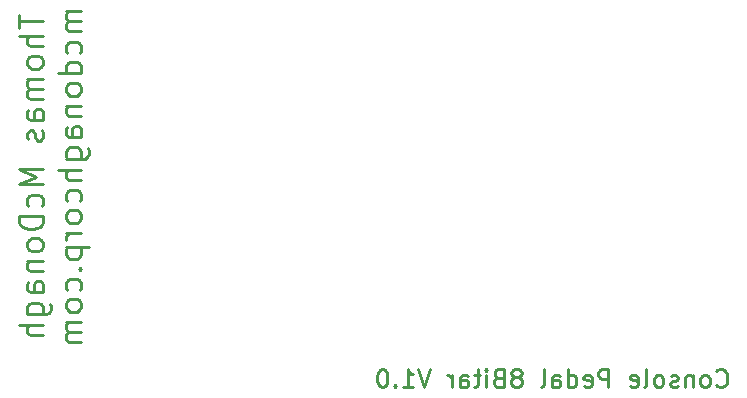
<source format=gbr>
G04 #@! TF.GenerationSoftware,KiCad,Pcbnew,(5.1.7)-1*
G04 #@! TF.CreationDate,2021-02-13T16:44:17-06:00*
G04 #@! TF.ProjectId,ConsolePedal8Bitar,436f6e73-6f6c-4655-9065-64616c384269,rev?*
G04 #@! TF.SameCoordinates,Original*
G04 #@! TF.FileFunction,Legend,Bot*
G04 #@! TF.FilePolarity,Positive*
%FSLAX46Y46*%
G04 Gerber Fmt 4.6, Leading zero omitted, Abs format (unit mm)*
G04 Created by KiCad (PCBNEW (5.1.7)-1) date 2021-02-13 16:44:17*
%MOMM*%
%LPD*%
G01*
G04 APERTURE LIST*
%ADD10C,0.250000*%
G04 APERTURE END LIST*
D10*
X145972857Y-121820714D02*
X146044285Y-121892142D01*
X146258571Y-121963571D01*
X146401428Y-121963571D01*
X146615714Y-121892142D01*
X146758571Y-121749285D01*
X146830000Y-121606428D01*
X146901428Y-121320714D01*
X146901428Y-121106428D01*
X146830000Y-120820714D01*
X146758571Y-120677857D01*
X146615714Y-120535000D01*
X146401428Y-120463571D01*
X146258571Y-120463571D01*
X146044285Y-120535000D01*
X145972857Y-120606428D01*
X145115714Y-121963571D02*
X145258571Y-121892142D01*
X145330000Y-121820714D01*
X145401428Y-121677857D01*
X145401428Y-121249285D01*
X145330000Y-121106428D01*
X145258571Y-121035000D01*
X145115714Y-120963571D01*
X144901428Y-120963571D01*
X144758571Y-121035000D01*
X144687142Y-121106428D01*
X144615714Y-121249285D01*
X144615714Y-121677857D01*
X144687142Y-121820714D01*
X144758571Y-121892142D01*
X144901428Y-121963571D01*
X145115714Y-121963571D01*
X143972857Y-120963571D02*
X143972857Y-121963571D01*
X143972857Y-121106428D02*
X143901428Y-121035000D01*
X143758571Y-120963571D01*
X143544285Y-120963571D01*
X143401428Y-121035000D01*
X143330000Y-121177857D01*
X143330000Y-121963571D01*
X142687142Y-121892142D02*
X142544285Y-121963571D01*
X142258571Y-121963571D01*
X142115714Y-121892142D01*
X142044285Y-121749285D01*
X142044285Y-121677857D01*
X142115714Y-121535000D01*
X142258571Y-121463571D01*
X142472857Y-121463571D01*
X142615714Y-121392142D01*
X142687142Y-121249285D01*
X142687142Y-121177857D01*
X142615714Y-121035000D01*
X142472857Y-120963571D01*
X142258571Y-120963571D01*
X142115714Y-121035000D01*
X141187142Y-121963571D02*
X141330000Y-121892142D01*
X141401428Y-121820714D01*
X141472857Y-121677857D01*
X141472857Y-121249285D01*
X141401428Y-121106428D01*
X141330000Y-121035000D01*
X141187142Y-120963571D01*
X140972857Y-120963571D01*
X140830000Y-121035000D01*
X140758571Y-121106428D01*
X140687142Y-121249285D01*
X140687142Y-121677857D01*
X140758571Y-121820714D01*
X140830000Y-121892142D01*
X140972857Y-121963571D01*
X141187142Y-121963571D01*
X139830000Y-121963571D02*
X139972857Y-121892142D01*
X140044285Y-121749285D01*
X140044285Y-120463571D01*
X138687142Y-121892142D02*
X138830000Y-121963571D01*
X139115714Y-121963571D01*
X139258571Y-121892142D01*
X139330000Y-121749285D01*
X139330000Y-121177857D01*
X139258571Y-121035000D01*
X139115714Y-120963571D01*
X138830000Y-120963571D01*
X138687142Y-121035000D01*
X138615714Y-121177857D01*
X138615714Y-121320714D01*
X139330000Y-121463571D01*
X136830000Y-121963571D02*
X136830000Y-120463571D01*
X136258571Y-120463571D01*
X136115714Y-120535000D01*
X136044285Y-120606428D01*
X135972857Y-120749285D01*
X135972857Y-120963571D01*
X136044285Y-121106428D01*
X136115714Y-121177857D01*
X136258571Y-121249285D01*
X136830000Y-121249285D01*
X134758571Y-121892142D02*
X134901428Y-121963571D01*
X135187142Y-121963571D01*
X135330000Y-121892142D01*
X135401428Y-121749285D01*
X135401428Y-121177857D01*
X135330000Y-121035000D01*
X135187142Y-120963571D01*
X134901428Y-120963571D01*
X134758571Y-121035000D01*
X134687142Y-121177857D01*
X134687142Y-121320714D01*
X135401428Y-121463571D01*
X133401428Y-121963571D02*
X133401428Y-120463571D01*
X133401428Y-121892142D02*
X133544285Y-121963571D01*
X133830000Y-121963571D01*
X133972857Y-121892142D01*
X134044285Y-121820714D01*
X134115714Y-121677857D01*
X134115714Y-121249285D01*
X134044285Y-121106428D01*
X133972857Y-121035000D01*
X133830000Y-120963571D01*
X133544285Y-120963571D01*
X133401428Y-121035000D01*
X132044285Y-121963571D02*
X132044285Y-121177857D01*
X132115714Y-121035000D01*
X132258571Y-120963571D01*
X132544285Y-120963571D01*
X132687142Y-121035000D01*
X132044285Y-121892142D02*
X132187142Y-121963571D01*
X132544285Y-121963571D01*
X132687142Y-121892142D01*
X132758571Y-121749285D01*
X132758571Y-121606428D01*
X132687142Y-121463571D01*
X132544285Y-121392142D01*
X132187142Y-121392142D01*
X132044285Y-121320714D01*
X131115714Y-121963571D02*
X131258571Y-121892142D01*
X131330000Y-121749285D01*
X131330000Y-120463571D01*
X129187142Y-121106428D02*
X129330000Y-121035000D01*
X129401428Y-120963571D01*
X129472857Y-120820714D01*
X129472857Y-120749285D01*
X129401428Y-120606428D01*
X129330000Y-120535000D01*
X129187142Y-120463571D01*
X128901428Y-120463571D01*
X128758571Y-120535000D01*
X128687142Y-120606428D01*
X128615714Y-120749285D01*
X128615714Y-120820714D01*
X128687142Y-120963571D01*
X128758571Y-121035000D01*
X128901428Y-121106428D01*
X129187142Y-121106428D01*
X129330000Y-121177857D01*
X129401428Y-121249285D01*
X129472857Y-121392142D01*
X129472857Y-121677857D01*
X129401428Y-121820714D01*
X129330000Y-121892142D01*
X129187142Y-121963571D01*
X128901428Y-121963571D01*
X128758571Y-121892142D01*
X128687142Y-121820714D01*
X128615714Y-121677857D01*
X128615714Y-121392142D01*
X128687142Y-121249285D01*
X128758571Y-121177857D01*
X128901428Y-121106428D01*
X127472857Y-121177857D02*
X127258571Y-121249285D01*
X127187142Y-121320714D01*
X127115714Y-121463571D01*
X127115714Y-121677857D01*
X127187142Y-121820714D01*
X127258571Y-121892142D01*
X127401428Y-121963571D01*
X127972857Y-121963571D01*
X127972857Y-120463571D01*
X127472857Y-120463571D01*
X127330000Y-120535000D01*
X127258571Y-120606428D01*
X127187142Y-120749285D01*
X127187142Y-120892142D01*
X127258571Y-121035000D01*
X127330000Y-121106428D01*
X127472857Y-121177857D01*
X127972857Y-121177857D01*
X126472857Y-121963571D02*
X126472857Y-120963571D01*
X126472857Y-120463571D02*
X126544285Y-120535000D01*
X126472857Y-120606428D01*
X126401428Y-120535000D01*
X126472857Y-120463571D01*
X126472857Y-120606428D01*
X125972857Y-120963571D02*
X125401428Y-120963571D01*
X125758571Y-120463571D02*
X125758571Y-121749285D01*
X125687142Y-121892142D01*
X125544285Y-121963571D01*
X125401428Y-121963571D01*
X124258571Y-121963571D02*
X124258571Y-121177857D01*
X124330000Y-121035000D01*
X124472857Y-120963571D01*
X124758571Y-120963571D01*
X124901428Y-121035000D01*
X124258571Y-121892142D02*
X124401428Y-121963571D01*
X124758571Y-121963571D01*
X124901428Y-121892142D01*
X124972857Y-121749285D01*
X124972857Y-121606428D01*
X124901428Y-121463571D01*
X124758571Y-121392142D01*
X124401428Y-121392142D01*
X124258571Y-121320714D01*
X123544285Y-121963571D02*
X123544285Y-120963571D01*
X123544285Y-121249285D02*
X123472857Y-121106428D01*
X123401428Y-121035000D01*
X123258571Y-120963571D01*
X123115714Y-120963571D01*
X121687142Y-120463571D02*
X121187142Y-121963571D01*
X120687142Y-120463571D01*
X119401428Y-121963571D02*
X120258571Y-121963571D01*
X119829999Y-121963571D02*
X119829999Y-120463571D01*
X119972857Y-120677857D01*
X120115714Y-120820714D01*
X120258571Y-120892142D01*
X118758571Y-121820714D02*
X118687142Y-121892142D01*
X118758571Y-121963571D01*
X118829999Y-121892142D01*
X118758571Y-121820714D01*
X118758571Y-121963571D01*
X117758571Y-120463571D02*
X117615714Y-120463571D01*
X117472857Y-120535000D01*
X117401428Y-120606428D01*
X117330000Y-120749285D01*
X117258571Y-121035000D01*
X117258571Y-121392142D01*
X117330000Y-121677857D01*
X117401428Y-121820714D01*
X117472857Y-121892142D01*
X117615714Y-121963571D01*
X117758571Y-121963571D01*
X117901428Y-121892142D01*
X117972857Y-121820714D01*
X118044285Y-121677857D01*
X118115714Y-121392142D01*
X118115714Y-121035000D01*
X118044285Y-120749285D01*
X117972857Y-120606428D01*
X117901428Y-120535000D01*
X117758571Y-120463571D01*
X86941761Y-90425714D02*
X86941761Y-91568571D01*
X88941761Y-90997142D02*
X86941761Y-90997142D01*
X88941761Y-92235238D02*
X86941761Y-92235238D01*
X88941761Y-93092380D02*
X87894142Y-93092380D01*
X87703666Y-92997142D01*
X87608428Y-92806666D01*
X87608428Y-92520952D01*
X87703666Y-92330476D01*
X87798904Y-92235238D01*
X88941761Y-94330476D02*
X88846523Y-94140000D01*
X88751285Y-94044761D01*
X88560809Y-93949523D01*
X87989380Y-93949523D01*
X87798904Y-94044761D01*
X87703666Y-94140000D01*
X87608428Y-94330476D01*
X87608428Y-94616190D01*
X87703666Y-94806666D01*
X87798904Y-94901904D01*
X87989380Y-94997142D01*
X88560809Y-94997142D01*
X88751285Y-94901904D01*
X88846523Y-94806666D01*
X88941761Y-94616190D01*
X88941761Y-94330476D01*
X88941761Y-95854285D02*
X87608428Y-95854285D01*
X87798904Y-95854285D02*
X87703666Y-95949523D01*
X87608428Y-96140000D01*
X87608428Y-96425714D01*
X87703666Y-96616190D01*
X87894142Y-96711428D01*
X88941761Y-96711428D01*
X87894142Y-96711428D02*
X87703666Y-96806666D01*
X87608428Y-96997142D01*
X87608428Y-97282857D01*
X87703666Y-97473333D01*
X87894142Y-97568571D01*
X88941761Y-97568571D01*
X88941761Y-99378095D02*
X87894142Y-99378095D01*
X87703666Y-99282857D01*
X87608428Y-99092380D01*
X87608428Y-98711428D01*
X87703666Y-98520952D01*
X88846523Y-99378095D02*
X88941761Y-99187619D01*
X88941761Y-98711428D01*
X88846523Y-98520952D01*
X88656047Y-98425714D01*
X88465571Y-98425714D01*
X88275095Y-98520952D01*
X88179857Y-98711428D01*
X88179857Y-99187619D01*
X88084619Y-99378095D01*
X88846523Y-100235238D02*
X88941761Y-100425714D01*
X88941761Y-100806666D01*
X88846523Y-100997142D01*
X88656047Y-101092380D01*
X88560809Y-101092380D01*
X88370333Y-100997142D01*
X88275095Y-100806666D01*
X88275095Y-100520952D01*
X88179857Y-100330476D01*
X87989380Y-100235238D01*
X87894142Y-100235238D01*
X87703666Y-100330476D01*
X87608428Y-100520952D01*
X87608428Y-100806666D01*
X87703666Y-100997142D01*
X88941761Y-103473333D02*
X86941761Y-103473333D01*
X88370333Y-104140000D01*
X86941761Y-104806666D01*
X88941761Y-104806666D01*
X88846523Y-106616190D02*
X88941761Y-106425714D01*
X88941761Y-106044761D01*
X88846523Y-105854285D01*
X88751285Y-105759047D01*
X88560809Y-105663809D01*
X87989380Y-105663809D01*
X87798904Y-105759047D01*
X87703666Y-105854285D01*
X87608428Y-106044761D01*
X87608428Y-106425714D01*
X87703666Y-106616190D01*
X88941761Y-107473333D02*
X86941761Y-107473333D01*
X86941761Y-107949523D01*
X87037000Y-108235238D01*
X87227476Y-108425714D01*
X87417952Y-108520952D01*
X87798904Y-108616190D01*
X88084619Y-108616190D01*
X88465571Y-108520952D01*
X88656047Y-108425714D01*
X88846523Y-108235238D01*
X88941761Y-107949523D01*
X88941761Y-107473333D01*
X88941761Y-109759047D02*
X88846523Y-109568571D01*
X88751285Y-109473333D01*
X88560809Y-109378095D01*
X87989380Y-109378095D01*
X87798904Y-109473333D01*
X87703666Y-109568571D01*
X87608428Y-109759047D01*
X87608428Y-110044761D01*
X87703666Y-110235238D01*
X87798904Y-110330476D01*
X87989380Y-110425714D01*
X88560809Y-110425714D01*
X88751285Y-110330476D01*
X88846523Y-110235238D01*
X88941761Y-110044761D01*
X88941761Y-109759047D01*
X87608428Y-111282857D02*
X88941761Y-111282857D01*
X87798904Y-111282857D02*
X87703666Y-111378095D01*
X87608428Y-111568571D01*
X87608428Y-111854285D01*
X87703666Y-112044761D01*
X87894142Y-112140000D01*
X88941761Y-112140000D01*
X88941761Y-113949523D02*
X87894142Y-113949523D01*
X87703666Y-113854285D01*
X87608428Y-113663809D01*
X87608428Y-113282857D01*
X87703666Y-113092380D01*
X88846523Y-113949523D02*
X88941761Y-113759047D01*
X88941761Y-113282857D01*
X88846523Y-113092380D01*
X88656047Y-112997142D01*
X88465571Y-112997142D01*
X88275095Y-113092380D01*
X88179857Y-113282857D01*
X88179857Y-113759047D01*
X88084619Y-113949523D01*
X87608428Y-115759047D02*
X89227476Y-115759047D01*
X89417952Y-115663809D01*
X89513190Y-115568571D01*
X89608428Y-115378095D01*
X89608428Y-115092380D01*
X89513190Y-114901904D01*
X88846523Y-115759047D02*
X88941761Y-115568571D01*
X88941761Y-115187619D01*
X88846523Y-114997142D01*
X88751285Y-114901904D01*
X88560809Y-114806666D01*
X87989380Y-114806666D01*
X87798904Y-114901904D01*
X87703666Y-114997142D01*
X87608428Y-115187619D01*
X87608428Y-115568571D01*
X87703666Y-115759047D01*
X88941761Y-116711428D02*
X86941761Y-116711428D01*
X88941761Y-117568571D02*
X87894142Y-117568571D01*
X87703666Y-117473333D01*
X87608428Y-117282857D01*
X87608428Y-116997142D01*
X87703666Y-116806666D01*
X87798904Y-116711428D01*
X92191761Y-90140000D02*
X90858428Y-90140000D01*
X91048904Y-90140000D02*
X90953666Y-90235238D01*
X90858428Y-90425714D01*
X90858428Y-90711428D01*
X90953666Y-90901904D01*
X91144142Y-90997142D01*
X92191761Y-90997142D01*
X91144142Y-90997142D02*
X90953666Y-91092380D01*
X90858428Y-91282857D01*
X90858428Y-91568571D01*
X90953666Y-91759047D01*
X91144142Y-91854285D01*
X92191761Y-91854285D01*
X92096523Y-93663809D02*
X92191761Y-93473333D01*
X92191761Y-93092380D01*
X92096523Y-92901904D01*
X92001285Y-92806666D01*
X91810809Y-92711428D01*
X91239380Y-92711428D01*
X91048904Y-92806666D01*
X90953666Y-92901904D01*
X90858428Y-93092380D01*
X90858428Y-93473333D01*
X90953666Y-93663809D01*
X92191761Y-95378095D02*
X90191761Y-95378095D01*
X92096523Y-95378095D02*
X92191761Y-95187619D01*
X92191761Y-94806666D01*
X92096523Y-94616190D01*
X92001285Y-94520952D01*
X91810809Y-94425714D01*
X91239380Y-94425714D01*
X91048904Y-94520952D01*
X90953666Y-94616190D01*
X90858428Y-94806666D01*
X90858428Y-95187619D01*
X90953666Y-95378095D01*
X92191761Y-96616190D02*
X92096523Y-96425714D01*
X92001285Y-96330476D01*
X91810809Y-96235238D01*
X91239380Y-96235238D01*
X91048904Y-96330476D01*
X90953666Y-96425714D01*
X90858428Y-96616190D01*
X90858428Y-96901904D01*
X90953666Y-97092380D01*
X91048904Y-97187619D01*
X91239380Y-97282857D01*
X91810809Y-97282857D01*
X92001285Y-97187619D01*
X92096523Y-97092380D01*
X92191761Y-96901904D01*
X92191761Y-96616190D01*
X90858428Y-98140000D02*
X92191761Y-98140000D01*
X91048904Y-98140000D02*
X90953666Y-98235238D01*
X90858428Y-98425714D01*
X90858428Y-98711428D01*
X90953666Y-98901904D01*
X91144142Y-98997142D01*
X92191761Y-98997142D01*
X92191761Y-100806666D02*
X91144142Y-100806666D01*
X90953666Y-100711428D01*
X90858428Y-100520952D01*
X90858428Y-100140000D01*
X90953666Y-99949523D01*
X92096523Y-100806666D02*
X92191761Y-100616190D01*
X92191761Y-100140000D01*
X92096523Y-99949523D01*
X91906047Y-99854285D01*
X91715571Y-99854285D01*
X91525095Y-99949523D01*
X91429857Y-100140000D01*
X91429857Y-100616190D01*
X91334619Y-100806666D01*
X90858428Y-102616190D02*
X92477476Y-102616190D01*
X92667952Y-102520952D01*
X92763190Y-102425714D01*
X92858428Y-102235238D01*
X92858428Y-101949523D01*
X92763190Y-101759047D01*
X92096523Y-102616190D02*
X92191761Y-102425714D01*
X92191761Y-102044761D01*
X92096523Y-101854285D01*
X92001285Y-101759047D01*
X91810809Y-101663809D01*
X91239380Y-101663809D01*
X91048904Y-101759047D01*
X90953666Y-101854285D01*
X90858428Y-102044761D01*
X90858428Y-102425714D01*
X90953666Y-102616190D01*
X92191761Y-103568571D02*
X90191761Y-103568571D01*
X92191761Y-104425714D02*
X91144142Y-104425714D01*
X90953666Y-104330476D01*
X90858428Y-104140000D01*
X90858428Y-103854285D01*
X90953666Y-103663809D01*
X91048904Y-103568571D01*
X92096523Y-106235238D02*
X92191761Y-106044761D01*
X92191761Y-105663809D01*
X92096523Y-105473333D01*
X92001285Y-105378095D01*
X91810809Y-105282857D01*
X91239380Y-105282857D01*
X91048904Y-105378095D01*
X90953666Y-105473333D01*
X90858428Y-105663809D01*
X90858428Y-106044761D01*
X90953666Y-106235238D01*
X92191761Y-107378095D02*
X92096523Y-107187619D01*
X92001285Y-107092380D01*
X91810809Y-106997142D01*
X91239380Y-106997142D01*
X91048904Y-107092380D01*
X90953666Y-107187619D01*
X90858428Y-107378095D01*
X90858428Y-107663809D01*
X90953666Y-107854285D01*
X91048904Y-107949523D01*
X91239380Y-108044761D01*
X91810809Y-108044761D01*
X92001285Y-107949523D01*
X92096523Y-107854285D01*
X92191761Y-107663809D01*
X92191761Y-107378095D01*
X92191761Y-108901904D02*
X90858428Y-108901904D01*
X91239380Y-108901904D02*
X91048904Y-108997142D01*
X90953666Y-109092380D01*
X90858428Y-109282857D01*
X90858428Y-109473333D01*
X90858428Y-110140000D02*
X92858428Y-110140000D01*
X90953666Y-110140000D02*
X90858428Y-110330476D01*
X90858428Y-110711428D01*
X90953666Y-110901904D01*
X91048904Y-110997142D01*
X91239380Y-111092380D01*
X91810809Y-111092380D01*
X92001285Y-110997142D01*
X92096523Y-110901904D01*
X92191761Y-110711428D01*
X92191761Y-110330476D01*
X92096523Y-110140000D01*
X92001285Y-111949523D02*
X92096523Y-112044761D01*
X92191761Y-111949523D01*
X92096523Y-111854285D01*
X92001285Y-111949523D01*
X92191761Y-111949523D01*
X92096523Y-113759047D02*
X92191761Y-113568571D01*
X92191761Y-113187619D01*
X92096523Y-112997142D01*
X92001285Y-112901904D01*
X91810809Y-112806666D01*
X91239380Y-112806666D01*
X91048904Y-112901904D01*
X90953666Y-112997142D01*
X90858428Y-113187619D01*
X90858428Y-113568571D01*
X90953666Y-113759047D01*
X92191761Y-114901904D02*
X92096523Y-114711428D01*
X92001285Y-114616190D01*
X91810809Y-114520952D01*
X91239380Y-114520952D01*
X91048904Y-114616190D01*
X90953666Y-114711428D01*
X90858428Y-114901904D01*
X90858428Y-115187619D01*
X90953666Y-115378095D01*
X91048904Y-115473333D01*
X91239380Y-115568571D01*
X91810809Y-115568571D01*
X92001285Y-115473333D01*
X92096523Y-115378095D01*
X92191761Y-115187619D01*
X92191761Y-114901904D01*
X92191761Y-116425714D02*
X90858428Y-116425714D01*
X91048904Y-116425714D02*
X90953666Y-116520952D01*
X90858428Y-116711428D01*
X90858428Y-116997142D01*
X90953666Y-117187619D01*
X91144142Y-117282857D01*
X92191761Y-117282857D01*
X91144142Y-117282857D02*
X90953666Y-117378095D01*
X90858428Y-117568571D01*
X90858428Y-117854285D01*
X90953666Y-118044761D01*
X91144142Y-118140000D01*
X92191761Y-118140000D01*
M02*

</source>
